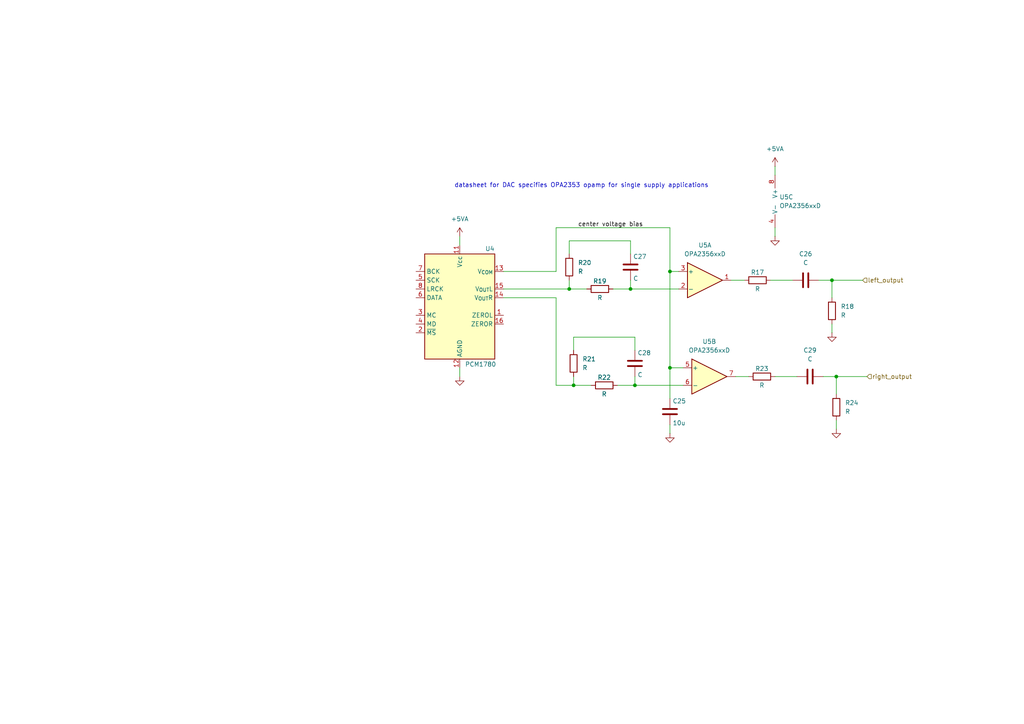
<source format=kicad_sch>
(kicad_sch (version 20231120) (generator "eeschema") (generator_version "8.0")
  (paper "A4")
  (lib_symbols
    (symbol "Amplifier_Operational:OPA2356xxD" (pin_names (offset 0.127))
      (property "Reference" "U" (at 0 5.08 0))
      (property "Value" "OPA2356xxD" (at 0 -5.08 0))
      (symbol "OPA2356xxD_1_1"
        (polyline (pts (xy -5.08 5.08) (xy 5.08 0) (xy -5.08 -5.08) (xy -5.08 5.08)) (stroke (width 0.254)) (fill (type background)))
        (pin output line (at 7.62 0 180) (length 2.54) (name "~") (number "1"))
        (pin input line (at -7.62 -2.54 0) (length 2.54) (name "-") (number "2"))
        (pin input line (at -7.62 2.54 0) (length 2.54) (name "+") (number "3"))
      )
      (symbol "OPA2356xxD_2_1"
        (polyline (pts (xy -5.08 5.08) (xy 5.08 0) (xy -5.08 -5.08) (xy -5.08 5.08)) (stroke (width 0.254)) (fill (type background)))
        (pin input line (at -7.62 2.54 0) (length 2.54) (name "+") (number "5"))
        (pin input line (at -7.62 -2.54 0) (length 2.54) (name "-") (number "6"))
        (pin output line (at 7.62 0 180) (length 2.54) (name "~") (number "7"))
      )
      (symbol "OPA2356xxD_3_1"
        (pin power_in line (at -2.54 -7.62 90) (length 3.81) (name "V-") (number "4"))
        (pin power_in line (at -2.54 7.62 270) (length 3.81) (name "V+") (number "8"))
      )
    )
    (symbol "Audio:PCM1780"
      (property "Reference" "U" (at -9.652 16.764 0))
      (property "Value" "PCM1780" (at 12.192 16.764 0))
      (symbol "PCM1780_1_1"
        (rectangle (start -10.16 15.24) (end 10.16 -15.24) (stroke (width 0.254)) (fill (type background)))
        (pin output line (at 12.7 -2.54 180) (length 2.54) (name "ZEROL") (number "1"))
        (pin no_connect line (at 10.16 -10.16 180) (length 2.54) hide (name "NC") (number "10"))
        (pin power_in line (at 0 17.78 270) (length 2.54) (name "Vcc") (number "11"))
        (pin power_in line (at 0 -17.78 90) (length 2.54) (name "AGND") (number "12"))
        (pin output line (at 12.7 10.16 180) (length 2.54) (name "V_{COM}") (number "13"))
        (pin output line (at 12.7 2.54 180) (length 2.54) (name "V_{OUT}R") (number "14"))
        (pin output line (at 12.7 5.08 180) (length 2.54) (name "V_{OUT}L") (number "15"))
        (pin output line (at 12.7 -5.08 180) (length 2.54) (name "ZEROR") (number "16"))
        (pin input line (at -12.7 -7.62 0) (length 2.54) (name "~{MS}") (number "2"))
        (pin input line (at -12.7 -2.54 0) (length 2.54) (name "MC") (number "3"))
        (pin input line (at -12.7 -5.08 0) (length 2.54) (name "MD") (number "4"))
        (pin input line (at -12.7 7.62 0) (length 2.54) (name "SCK") (number "5"))
        (pin input line (at -12.7 2.54 0) (length 2.54) (name "DATA") (number "6"))
        (pin input line (at -12.7 10.16 0) (length 2.54) (name "BCK") (number "7"))
        (pin input line (at -12.7 5.08 0) (length 2.54) (name "LRCK") (number "8"))
        (pin no_connect line (at 10.16 -12.7 180) (length 2.54) hide (name "NC") (number "9"))
      )
    )
    (symbol "Device:C" (pin_numbers hide) (pin_names (offset 0.254))
      (property "Reference" "C" (at 0.635 2.54 0))
      (property "Value" "C" (at 0.635 -2.54 0))
      (symbol "C_0_1"
        (polyline (pts (xy -2.032 -0.762) (xy 2.032 -0.762)) (stroke (width 0.508)))
        (polyline (pts (xy -2.032 0.762) (xy 2.032 0.762)) (stroke (width 0.508)))
      )
      (symbol "C_1_1"
        (pin passive line (at 0 3.81 270) (length 2.794) (name "~") (number "1"))
        (pin passive line (at 0 -3.81 90) (length 2.794) (name "~") (number "2"))
      )
    )
    (symbol "Device:R" (pin_numbers hide) (pin_names (offset 0))
      (property "Reference" "R" (at 2.032 0 90))
      (property "Value" "R" (at 0 0 90))
      (symbol "R_0_1"
        (rectangle (start -1.016 -2.54) (end 1.016 2.54) (stroke (width 0.254)))
      )
      (symbol "R_1_1"
        (pin passive line (at 0 3.81 270) (length 1.27) (name "~") (number "1"))
        (pin passive line (at 0 -3.81 90) (length 1.27) (name "~") (number "2"))
      )
    )
    (symbol "power:+5VA" (power) (pin_numbers hide) (pin_names (offset 0) hide)
      (property "Value" "+5VA" (at 0 3.556 0))
      (symbol "+5VA_0_1"
        (polyline (pts (xy -0.762 1.27) (xy 0 2.54)))
        (polyline (pts (xy 0 0) (xy 0 2.54)))
        (polyline (pts (xy 0 2.54) (xy 0.762 1.27)))
      )
      (symbol "+5VA_1_1"
        (pin power_in line (at 0 0 90) (length 0) (name "~") (number "1"))
      )
    )
    (symbol "power:GND" (power) (pin_numbers hide) (pin_names (offset 0) hide)
      (property "Value" "GND" (at 0 -3.81 0))
      (symbol "GND_0_1"
        (polyline (pts (xy 0 0) (xy 0 -1.27) (xy 1.27 -1.27) (xy 0 -2.54) (xy -1.27 -1.27) (xy 0 -1.27)))
      )
      (symbol "GND_1_1"
        (pin power_in line (at 0 0 270) (length 0) (name "~") (number "1"))
      )
    )
  )
  (junction (at 241.3 81.28))
  (junction (at 194.31 106.68))
  (junction (at 242.57 109.22))
  (junction (at 165.1 83.82))
  (junction (at 182.88 83.82))
  (junction (at 194.31 78.74))
  (junction (at 166.37 111.76))
  (junction (at 184.15 111.76))
  (wire (pts (xy 182.88 81.28) (xy 182.88 83.82)))
  (wire (pts (xy 241.3 86.36) (xy 241.3 81.28)))
  (wire (pts (xy 238.76 109.22) (xy 242.57 109.22)))
  (wire (pts (xy 161.29 66.04) (xy 194.31 66.04)))
  (wire (pts (xy 241.3 96.52) (xy 241.3 93.98)))
  (wire (pts (xy 133.35 109.22) (xy 133.35 106.68)))
  (wire (pts (xy 165.1 83.82) (xy 170.18 83.82)))
  (wire (pts (xy 166.37 97.79) (xy 184.15 97.79)))
  (wire (pts (xy 161.29 111.76) (xy 166.37 111.76)))
  (wire (pts (xy 146.05 86.36) (xy 161.29 86.36)))
  (wire (pts (xy 196.85 78.74) (xy 194.31 78.74)))
  (wire (pts (xy 184.15 97.79) (xy 184.15 101.6)))
  (wire (pts (xy 224.79 48.26) (xy 224.79 50.8)))
  (wire (pts (xy 213.36 109.22) (xy 217.17 109.22)))
  (wire (pts (xy 194.31 78.74) (xy 194.31 106.68)))
  (wire (pts (xy 166.37 101.6) (xy 166.37 97.79)))
  (wire (pts (xy 194.31 66.04) (xy 194.31 78.74)))
  (wire (pts (xy 177.8 83.82) (xy 182.88 83.82)))
  (wire (pts (xy 182.88 83.82) (xy 196.85 83.82)))
  (wire (pts (xy 166.37 109.22) (xy 166.37 111.76)))
  (wire (pts (xy 161.29 86.36) (xy 161.29 111.76)))
  (wire (pts (xy 146.05 83.82) (xy 165.1 83.82)))
  (wire (pts (xy 165.1 73.66) (xy 165.1 69.85)))
  (wire (pts (xy 242.57 124.46) (xy 242.57 121.92)))
  (wire (pts (xy 161.29 78.74) (xy 161.29 66.04)))
  (wire (pts (xy 194.31 115.57) (xy 194.31 106.68)))
  (wire (pts (xy 146.05 78.74) (xy 161.29 78.74)))
  (wire (pts (xy 242.57 114.3) (xy 242.57 109.22)))
  (wire (pts (xy 182.88 69.85) (xy 182.88 73.66)))
  (wire (pts (xy 133.35 68.58) (xy 133.35 71.12)))
  (wire (pts (xy 237.49 81.28) (xy 241.3 81.28)))
  (wire (pts (xy 212.09 81.28) (xy 215.9 81.28)))
  (wire (pts (xy 223.52 81.28) (xy 229.87 81.28)))
  (wire (pts (xy 179.07 111.76) (xy 184.15 111.76)))
  (wire (pts (xy 184.15 109.22) (xy 184.15 111.76)))
  (wire (pts (xy 242.57 109.22) (xy 251.46 109.22)))
  (wire (pts (xy 165.1 81.28) (xy 165.1 83.82)))
  (wire (pts (xy 184.15 111.76) (xy 198.12 111.76)))
  (wire (pts (xy 194.31 125.73) (xy 194.31 123.19)))
  (wire (pts (xy 241.3 81.28) (xy 250.19 81.28)))
  (wire (pts (xy 166.37 111.76) (xy 171.45 111.76)))
  (wire (pts (xy 224.79 68.58) (xy 224.79 66.04)))
  (wire (pts (xy 198.12 106.68) (xy 194.31 106.68)))
  (wire (pts (xy 224.79 109.22) (xy 231.14 109.22)))
  (wire (pts (xy 165.1 69.85) (xy 182.88 69.85)))
  (text "datasheet for DAC specifies OPA2353 opamp for single supply applications\n" (at 168.656 53.848 0) (effects (font (size 1.27 1.27))))
  (label "center voltage bias" (at 167.64 66.04 0))
  (hierarchical_label "left_output" (shape input) (at 250.19 81.28 0))
  (hierarchical_label "right_output" (shape input) (at 251.46 109.22 0))
  (symbol (lib_id "Device:R") (at 173.99 83.82 90) (unit 1)
    (property "Reference" "R19" (at 173.99 81.534 90))
    (property "Value" "R" (at 173.99 86.36 90))
    (property "Description" "Resistor" (effects (hide yes)))
  )
  (symbol (lib_id "Amplifier_Operational:OPA2356xxD") (at 204.47 81.28 0) (unit 1)
    (property "Reference" "U5" (at 204.47 71.12 0))
    (property "Value" "OPA2356xxD" (at 204.47 73.66 0))
    (property "Datasheet" "http://www.ti.com/lit/ds/symlink/opa2356.pdf" (effects (hide yes)))
    (property "Description" "Dual High Speed CMOS Operational Amplifiers, SOIC-8" (effects (hide yes)))
  )
  (symbol (lib_id "Device:R") (at 220.98 109.22 90) (unit 1)
    (property "Reference" "R23" (at 220.98 106.934 90))
    (property "Value" "R" (at 220.98 111.76 90))
    (property "Description" "Resistor" (effects (hide yes)))
  )
  (symbol (lib_id "Device:R") (at 166.37 105.41 0) (unit 1)
    (property "Reference" "R21" (at 168.91 104.1399 0) (effects (justify left)))
    (property "Value" "R" (at 168.91 106.6799 0) (effects (justify left)))
    (property "Description" "Resistor" (effects (hide yes)))
  )
  (symbol (lib_id "power:GND") (at 224.79 68.58 0) (unit 1)
    (property "Reference" "#PWR046" (effects (hide yes)))
    (property "Value" "GND" (effects (hide yes)))
    (property "Description" "Power symbol creates a global label with name \"GND\" , ground" (effects (hide yes)))
  )
  (symbol (lib_id "power:GND") (at 194.31 125.73 0) (unit 1)
    (property "Reference" "#PWR047" (effects (hide yes)))
    (property "Value" "GND" (effects (hide yes)))
    (property "Description" "Power symbol creates a global label with name \"GND\" , ground" (effects (hide yes)))
  )
  (symbol (lib_id "power:GND") (at 241.3 96.52 0) (unit 1)
    (property "Reference" "#PWR048" (effects (hide yes)))
    (property "Value" "GND" (effects (hide yes)))
    (property "Description" "Power symbol creates a global label with name \"GND\" , ground" (effects (hide yes)))
  )
  (symbol (lib_id "Device:C") (at 194.31 119.38 180) (unit 1)
    (property "Reference" "C25" (at 195.072 116.332 0) (effects (justify right)))
    (property "Value" "10u" (at 195.072 122.682 0) (effects (justify right)))
    (property "Description" "Unpolarized capacitor" (effects (hide yes)))
  )
  (symbol (lib_id "Device:C") (at 233.68 81.28 90) (unit 1)
    (property "Reference" "C26" (at 233.68 73.66 90))
    (property "Value" "C" (at 233.68 76.2 90))
    (property "Description" "Unpolarized capacitor" (effects (hide yes)))
  )
  (symbol (lib_id "power:GND") (at 133.35 109.22 0) (unit 1)
    (property "Reference" "#PWR09" (effects (hide yes)))
    (property "Value" "GND" (effects (hide yes)))
    (property "Description" "Power symbol creates a global label with name \"GND\" , ground" (effects (hide yes)))
  )
  (symbol (lib_id "Device:R") (at 241.3 90.17 0) (unit 1)
    (property "Reference" "R18" (at 243.84 88.8999 0) (effects (justify left)))
    (property "Value" "R" (at 243.84 91.4399 0) (effects (justify left)))
    (property "Description" "Resistor" (effects (hide yes)))
  )
  (symbol (lib_id "Device:R") (at 175.26 111.76 90) (unit 1)
    (property "Reference" "R22" (at 175.26 109.474 90))
    (property "Value" "R" (at 175.26 114.3 90))
    (property "Description" "Resistor" (effects (hide yes)))
  )
  (symbol (lib_id "Device:C") (at 182.88 77.47 180) (unit 1)
    (property "Reference" "C27" (at 183.642 74.422 0) (effects (justify right)))
    (property "Value" "C" (at 183.642 80.772 0) (effects (justify right)))
    (property "Description" "Unpolarized capacitor" (effects (hide yes)))
  )
  (symbol (lib_id "Device:C") (at 184.15 105.41 180) (unit 1)
    (property "Reference" "C28" (at 184.912 102.362 0) (effects (justify right)))
    (property "Value" "C" (at 184.912 108.712 0) (effects (justify right)))
    (property "Description" "Unpolarized capacitor" (effects (hide yes)))
  )
  (symbol (lib_id "power:+5VA") (at 224.79 48.26 0) (unit 1)
    (property "Reference" "#PWR045" (effects (hide yes)))
    (property "Value" "+5VA" (at 224.79 43.18 0))
    (property "Description" "Power symbol creates a global label with name \"+5VA\"" (effects (hide yes)))
  )
  (symbol (lib_id "Device:C") (at 234.95 109.22 90) (unit 1)
    (property "Reference" "C29" (at 234.95 101.6 90))
    (property "Value" "C" (at 234.95 104.14 90))
    (property "Description" "Unpolarized capacitor" (effects (hide yes)))
  )
  (symbol (lib_id "Device:R") (at 165.1 77.47 0) (unit 1)
    (property "Reference" "R20" (at 167.64 76.1999 0) (effects (justify left)))
    (property "Value" "R" (at 167.64 78.7399 0) (effects (justify left)))
    (property "Description" "Resistor" (effects (hide yes)))
  )
  (symbol (lib_id "Device:R") (at 219.71 81.28 90) (unit 1)
    (property "Reference" "R17" (at 219.71 78.994 90))
    (property "Value" "R" (at 219.71 83.82 90))
    (property "Description" "Resistor" (effects (hide yes)))
  )
  (symbol (lib_id "Amplifier_Operational:OPA2356xxD") (at 227.33 58.42 0) (unit 3)
    (property "Reference" "U5" (at 226.06 57.1499 0) (effects (justify left)))
    (property "Value" "OPA2356xxD" (at 226.06 59.6899 0) (effects (justify left)))
    (property "Datasheet" "http://www.ti.com/lit/ds/symlink/opa2356.pdf" (effects (hide yes)))
    (property "Description" "Dual High Speed CMOS Operational Amplifiers, SOIC-8" (effects (hide yes)))
  )
  (symbol (lib_id "power:GND") (at 242.57 124.46 0) (unit 1)
    (property "Reference" "#PWR049" (effects (hide yes)))
    (property "Value" "GND" (effects (hide yes)))
    (property "Description" "Power symbol creates a global label with name \"GND\" , ground" (effects (hide yes)))
  )
  (symbol (lib_id "Amplifier_Operational:OPA2356xxD") (at 205.74 109.22 0) (unit 2)
    (property "Reference" "U5" (at 205.74 99.06 0))
    (property "Value" "OPA2356xxD" (at 205.74 101.6 0))
    (property "Datasheet" "http://www.ti.com/lit/ds/symlink/opa2356.pdf" (effects (hide yes)))
    (property "Description" "Dual High Speed CMOS Operational Amplifiers, SOIC-8" (effects (hide yes)))
  )
  (symbol (lib_id "Device:R") (at 242.57 118.11 0) (unit 1)
    (property "Reference" "R24" (at 245.11 116.8399 0) (effects (justify left)))
    (property "Value" "R" (at 245.11 119.3799 0) (effects (justify left)))
    (property "Description" "Resistor" (effects (hide yes)))
  )
  (symbol (lib_id "Audio:PCM1780") (at 133.35 88.9 0) (unit 1)
    (property "Reference" "U4" (at 140.716 72.136 0) (effects (justify left)))
    (property "Value" "PCM1780" (at 134.874 105.664 0) (effects (justify left)))
    (property "Footprint" "Package_SO:SSOP-16_3.9x4.9mm_P0.635mm" (effects (hide yes)))
    (property "Datasheet" "https://www.ti.com/lit/ds/symlink/pcm1780.pdf" (effects (hide yes)))
    (property "Description" "24-bit, 192-kHz sampling, Stereo Audio DAC, SSOP-16" (effects (hide yes)))
  )
  (symbol (lib_id "power:+5VA") (at 133.35 68.58 0) (unit 1)
    (property "Reference" "#PWR044" (effects (hide yes)))
    (property "Value" "+5VA" (at 133.35 63.5 0))
    (property "Description" "Power symbol creates a global label with name \"+5VA\"" (effects (hide yes)))
  )
)
</source>
